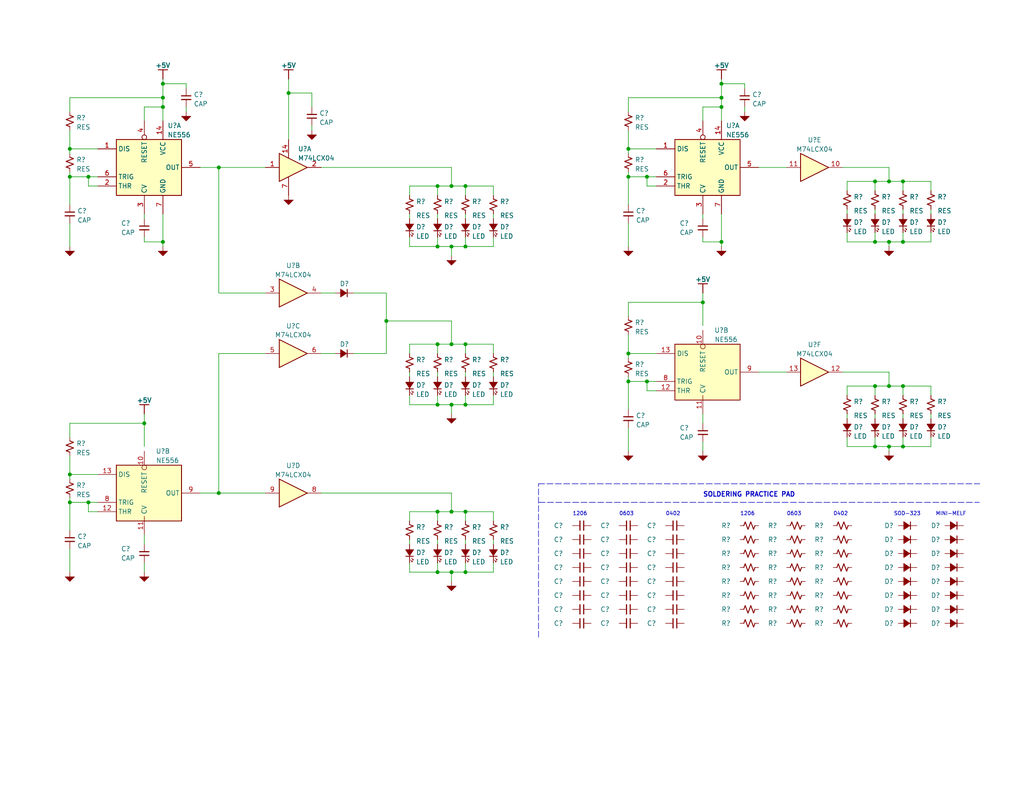
<source format=kicad_sch>
(kicad_sch (version 20211123) (generator eeschema)
  (paper "A")
  (title_block (comment 2 "SMT-0100") (comment 3 "SUNDRA"))
  (lib_symbols
    (symbol "Alpenglow:+5V" (power) (pin_numbers hide) (pin_names (offset 0) hide)
      (property "Value" "+5V" (at 0 3.556 0))
      (symbol "+5V_0_1"
        (polyline (pts (xy -1.27 2.54) (xy 1.27 2.54)) (stroke (width 0.254)))
        (polyline (pts (xy 0 0) (xy 0 2.54)) (stroke (width 0.254)))
        (polyline (pts (xy 0.635 2.54) (xy 0.635 2.54)))
      )
      (symbol "+5V_1_1"
        (pin power_in line (at 0 0 90) (length 0) hide (name "+5V") (number "1"))
      )
    )
    (symbol "Alpenglow:CAP" (pin_numbers hide) (pin_names (offset 0.254))
      (property "Reference" "C" (at 0.635 2.032 0))
      (property "Value" "CAP" (at 0.635 -2.032 0))
      (symbol "CAP_0_1"
        (polyline (pts (xy -1.27 -0.508) (xy 1.27 -0.508)) (stroke (width 0.3048)))
        (polyline (pts (xy -1.27 0.508) (xy 1.27 0.508)) (stroke (width 0.3048)))
      )
      (symbol "CAP_1_1"
        (pin passive line (at 0 2.54 270) (length 2.032) (name "~") (number "1"))
        (pin passive line (at 0 -2.54 90) (length 2.032) (name "~") (number "2"))
      )
    )
    (symbol "Alpenglow:DIODE" (pin_numbers hide) (pin_names (offset 0.254) hide)
      (property "Reference" "D" (at -1.27 3.175 0))
      (property "Value" "DIODE" (at -2.54 -2.54 0))
      (symbol "DIODE_0_1"
        (polyline (pts (xy -1.016 0) (xy 0.762 0)))
        (polyline (pts (xy 0.762 1.016) (xy 0.762 -1.016)) (stroke (width 0.254)))
        (polyline (pts (xy -1.016 1.016) (xy 0.508 0) (xy -1.016 -1.016) (xy -1.016 1.016)) (stroke (width 0.254)) (fill (type outline)))
      )
      (symbol "DIODE_1_1"
        (pin passive line (at -2.54 0 0) (length 1.778) (name "A") (number "A"))
        (pin passive line (at 2.54 0 180) (length 1.778) (name "K") (number "K"))
      )
    )
    (symbol "Alpenglow:GND" (power) (pin_numbers hide) (pin_names (offset 0) hide) (in_bom no)
      (symbol "GND_0_1"
        (polyline (pts (xy 0 0) (xy 0 -1.27) (xy 1.27 -1.27) (xy 0 -2.54) (xy -1.27 -1.27) (xy 0 -1.27)) (fill (type outline)))
      )
      (symbol "GND_1_1"
        (pin power_in line (at 0 0 270) (length 0) hide (name "GND") (number "1"))
      )
    )
    (symbol "Alpenglow:LED" (pin_numbers hide) (pin_names (offset 0.254) hide)
      (property "Reference" "D" (at -1.27 3.175 0))
      (property "Value" "LED" (at -4.445 -2.54 0))
      (symbol "LED_0_1"
        (polyline (pts (xy -0.762 -1.016) (xy -0.762 1.016)) (stroke (width 0.254)))
        (polyline (pts (xy 1.016 0) (xy -0.762 0)))
        (polyline (pts (xy 1.016 -1.016) (xy -0.508 0) (xy 1.016 1.016) (xy 1.016 -1.016)) (stroke (width 0.254)) (fill (type outline)))
        (polyline (pts (xy -1.778 -0.254) (xy -2.286 -0.762) (xy -2.286 -0.508) (xy -2.286 -0.762) (xy -2.032 -0.762)))
        (polyline (pts (xy -1.27 -0.508) (xy -1.778 -1.016) (xy -1.778 -0.762) (xy -1.778 -1.016) (xy -1.524 -1.016)))
      )
      (symbol "LED_1_1"
        (pin passive line (at -2.54 0 0) (length 1.778) (name "K") (number "1"))
        (pin passive line (at 2.54 0 180) (length 1.778) (name "A") (number "2"))
      )
    )
    (symbol "Alpenglow:M74LCX04" (pin_names (offset 1.016))
      (property "Reference" "U" (at 0 6.35 0))
      (property "Value" "M74LCX04" (at 0 3.81 0))
      (symbol "M74LCX04_1_0"
        (polyline (pts (xy -3.81 3.81) (xy -3.81 -3.81) (xy 3.81 0) (xy -3.81 3.81)) (stroke (width 0.254)) (fill (type background)))
        (pin input line (at -7.62 0 0) (length 3.81) (name "~") (number "1"))
        (pin power_in line (at -1.27 7.62 270) (length 5.08) (name "") (number "14"))
        (pin open_collector line (at 7.62 0 180) (length 3.81) (name "~") (number "2"))
        (pin power_in line (at -1.27 -7.62 90) (length 5.08) (name "") (number "7"))
      )
      (symbol "M74LCX04_2_0"
        (polyline (pts (xy -3.81 3.81) (xy -3.81 -3.81) (xy 3.81 0) (xy -3.81 3.81)) (stroke (width 0.254)) (fill (type background)))
        (pin input line (at -7.62 0 0) (length 3.81) (name "~") (number "3"))
        (pin open_collector line (at 7.62 0 180) (length 3.81) (name "~") (number "4"))
      )
      (symbol "M74LCX04_3_0"
        (polyline (pts (xy -3.81 3.81) (xy -3.81 -3.81) (xy 3.81 0) (xy -3.81 3.81)) (stroke (width 0.254)) (fill (type background)))
        (pin input line (at -7.62 0 0) (length 3.81) (name "~") (number "5"))
        (pin open_collector line (at 7.62 0 180) (length 3.81) (name "~") (number "6"))
      )
      (symbol "M74LCX04_4_0"
        (polyline (pts (xy -3.81 3.81) (xy -3.81 -3.81) (xy 3.81 0) (xy -3.81 3.81)) (stroke (width 0.254)) (fill (type background)))
        (pin open_collector line (at 7.62 0 180) (length 3.81) (name "~") (number "8"))
        (pin input line (at -7.62 0 0) (length 3.81) (name "~") (number "9"))
      )
      (symbol "M74LCX04_5_0"
        (polyline (pts (xy -3.81 3.81) (xy -3.81 -3.81) (xy 3.81 0) (xy -3.81 3.81)) (stroke (width 0.254)) (fill (type background)))
        (pin open_collector line (at 7.62 0 180) (length 3.81) (name "~") (number "10"))
        (pin input line (at -7.62 0 0) (length 3.81) (name "~") (number "11"))
      )
      (symbol "M74LCX04_6_0"
        (polyline (pts (xy -3.81 3.81) (xy -3.81 -3.81) (xy 3.81 0) (xy -3.81 3.81)) (stroke (width 0.254)) (fill (type background)))
        (pin open_collector line (at 7.62 0 180) (length 3.81) (name "~") (number "12"))
        (pin input line (at -7.62 0 0) (length 3.81) (name "~") (number "13"))
      )
    )
    (symbol "Alpenglow:NE556"
      (property "Reference" "U" (at 6.35 8.89 0))
      (property "Value" "NE556" (at -10.16 -8.89 0))
      (symbol "NE556_0_1"
        (rectangle (start -8.89 7.62) (end 8.89 -7.62) (stroke (width 0.254)) (fill (type background)))
      )
      (symbol "NE556_1_1"
        (pin input line (at -13.97 5.08 0) (length 5.08) (name "DIS") (number "1"))
        (pin power_in line (at 3.81 12.7 270) (length 5.08) (name "VCC") (number "14"))
        (pin input line (at -13.97 -5.08 0) (length 5.08) (name "THR") (number "2"))
        (pin input line (at -1.27 -12.7 90) (length 5.08) (name "CV") (number "3"))
        (pin input inverted (at -1.27 12.7 270) (length 5.08) (name "RESET") (number "4"))
        (pin output line (at 13.97 0 180) (length 5.08) (name "OUT") (number "5"))
        (pin input line (at -13.97 -2.54 0) (length 5.08) (name "TRIG") (number "6"))
        (pin power_in line (at 3.81 -12.7 90) (length 5.08) (name "GND") (number "7"))
      )
      (symbol "NE556_2_1"
        (pin input inverted (at -1.27 11.43 270) (length 5.08) (name "RESET") (number "10"))
        (pin input line (at -1.27 -11.43 90) (length 5.08) (name "CV") (number "11"))
        (pin input line (at -13.97 -5.08 0) (length 5.08) (name "THR") (number "12"))
        (pin input line (at -13.97 5.08 0) (length 5.08) (name "DIS") (number "13"))
        (pin input line (at -13.97 -2.54 0) (length 5.08) (name "TRIG") (number "8"))
        (pin output line (at 13.97 0 180) (length 5.08) (name "OUT") (number "9"))
      )
    )
    (symbol "Alpenglow:RES" (pin_numbers hide) (pin_names (offset 0.254) hide)
      (property "Reference" "R" (at 1.27 1.016 0))
      (property "Value" "RES" (at 1.27 -1.016 0))
      (symbol "RES_1_1"
        (polyline (pts (xy 0 0) (xy 1.016 -0.381) (xy 0 -0.762) (xy -1.016 -1.143) (xy 0 -1.524)) (stroke (width 0.254)))
        (polyline (pts (xy 0 1.524) (xy 1.016 1.143) (xy 0 0.762) (xy -1.016 0.381) (xy 0 0)) (stroke (width 0.254)))
        (pin passive line (at 0 2.54 270) (length 1.016) (name "~") (number "1"))
        (pin passive line (at 0 -2.54 90) (length 1.016) (name "~") (number "2"))
      )
    )
    (symbol "DIODE_1" (pin_numbers hide) (pin_names (offset 0.254) hide)
      (property "Reference" "D" (at -1.27 3.175 0))
      (property "Value" "DIODE_1" (at -2.54 -2.54 0))
      (symbol "DIODE_1_0_1"
        (polyline (pts (xy -1.016 0) (xy 0.762 0)))
        (polyline (pts (xy 0.762 1.016) (xy 0.762 -1.016)) (stroke (width 0.254)))
        (polyline (pts (xy -1.016 1.016) (xy 0.508 0) (xy -1.016 -1.016) (xy -1.016 1.016)) (stroke (width 0.254)) (fill (type outline)))
      )
      (symbol "DIODE_1_1_1"
        (pin passive line (at -2.54 0 0) (length 1.778) (name "A") (number "A"))
        (pin passive line (at 2.54 0 180) (length 1.778) (name "K") (number "K"))
      )
    )
  )
  (junction (at 127 67.31))
  (junction (at 123.19 67.31))
  (junction (at 242.57 66.04))
  (junction (at 105.41 87.63))
  (junction (at 39.37 115.57))
  (junction (at 44.45 29.21))
  (junction (at 171.45 40.64))
  (junction (at 123.19 139.7))
  (junction (at 238.76 121.92))
  (junction (at 19.05 129.54))
  (junction (at 119.38 67.31))
  (junction (at 119.38 110.49))
  (junction (at 176.53 104.14))
  (junction (at 19.05 40.64))
  (junction (at 196.85 26.67))
  (junction (at 123.19 93.98))
  (junction (at 119.38 156.21))
  (junction (at 59.69 45.72))
  (junction (at 246.38 121.92))
  (junction (at 44.45 66.04))
  (junction (at 24.13 48.26))
  (junction (at 123.19 156.21))
  (junction (at 19.05 137.16))
  (junction (at 246.38 49.53))
  (junction (at 127 139.7))
  (junction (at 44.45 22.86))
  (junction (at 242.57 121.92))
  (junction (at 171.45 48.26))
  (junction (at 242.57 49.53))
  (junction (at 127 50.8))
  (junction (at 59.69 134.62))
  (junction (at 44.45 26.67))
  (junction (at 19.05 48.26))
  (junction (at 246.38 66.04))
  (junction (at 119.38 50.8))
  (junction (at 127 110.49))
  (junction (at 119.38 139.7))
  (junction (at 196.85 66.04))
  (junction (at 171.45 96.52))
  (junction (at 127 93.98))
  (junction (at 238.76 105.41))
  (junction (at 238.76 49.53))
  (junction (at 238.76 66.04))
  (junction (at 171.45 104.14))
  (junction (at 123.19 50.8))
  (junction (at 119.38 93.98))
  (junction (at 123.19 110.49))
  (junction (at 127 156.21))
  (junction (at 196.85 29.21))
  (junction (at 191.77 82.55))
  (junction (at 78.74 25.4))
  (junction (at 246.38 105.41))
  (junction (at 24.13 137.16))
  (junction (at 242.57 105.41))
  (junction (at 196.85 22.86))
  (junction (at 176.53 48.26))
  (wire (pts (xy 127 93.98) (xy 134.62 93.98)))
  (wire (pts (xy 96.52 80.01) (xy 105.41 80.01)))
  (wire (pts (xy 171.45 91.44) (xy 171.45 96.52)))
  (wire (pts (xy 238.76 119.38) (xy 238.76 121.92)))
  (wire (pts (xy 238.76 105.41) (xy 238.76 107.95)))
  (wire (pts (xy 44.45 26.67) (xy 44.45 29.21)))
  (wire (pts (xy 39.37 153.67) (xy 39.37 156.21)))
  (wire (pts (xy 246.38 105.41) (xy 246.38 107.95)))
  (wire (pts (xy 19.05 124.46) (xy 19.05 129.54)))
  (wire (pts (xy 176.53 48.26) (xy 176.53 50.8)))
  (wire (pts (xy 127 64.77) (xy 127 67.31)))
  (wire (pts (xy 119.38 153.67) (xy 119.38 156.21)))
  (wire (pts (xy 171.45 82.55) (xy 171.45 86.36)))
  (wire (pts (xy 24.13 48.26) (xy 24.13 50.8)))
  (wire (pts (xy 24.13 50.8) (xy 26.67 50.8)))
  (wire (pts (xy 171.45 104.14) (xy 171.45 111.76)))
  (wire (pts (xy 119.38 148.59) (xy 119.38 147.32)))
  (wire (pts (xy 207.01 45.72) (xy 214.63 45.72)))
  (wire (pts (xy 134.62 64.77) (xy 134.62 67.31)))
  (wire (pts (xy 127 67.31) (xy 134.62 67.31)))
  (wire (pts (xy 231.14 58.42) (xy 231.14 57.15)))
  (wire (pts (xy 171.45 123.19) (xy 171.45 116.84)))
  (wire (pts (xy 254 114.3) (xy 254 113.03)))
  (wire (pts (xy 127 110.49) (xy 134.62 110.49)))
  (wire (pts (xy 123.19 93.98) (xy 127 93.98)))
  (wire (pts (xy 123.19 50.8) (xy 123.19 45.72)))
  (wire (pts (xy 176.53 104.14) (xy 176.53 106.68)))
  (wire (pts (xy 127 93.98) (xy 127 96.52)))
  (polyline (pts (xy 146.939 173.99) (xy 146.939 132.08)))
  (wire (pts (xy 246.38 66.04) (xy 254 66.04)))
  (wire (pts (xy 238.76 105.41) (xy 242.57 105.41)))
  (wire (pts (xy 254 105.41) (xy 254 107.95)))
  (wire (pts (xy 111.76 93.98) (xy 111.76 96.52)))
  (wire (pts (xy 171.45 48.26) (xy 176.53 48.26)))
  (wire (pts (xy 19.05 129.54) (xy 19.05 130.81)))
  (wire (pts (xy 50.8 24.13) (xy 50.8 22.86)))
  (wire (pts (xy 59.69 134.62) (xy 72.39 134.62)))
  (wire (pts (xy 119.38 107.95) (xy 119.38 110.49)))
  (wire (pts (xy 203.2 24.13) (xy 203.2 22.86)))
  (wire (pts (xy 44.45 26.67) (xy 19.05 26.67)))
  (wire (pts (xy 176.53 50.8) (xy 179.07 50.8)))
  (wire (pts (xy 191.77 59.69) (xy 191.77 58.42)))
  (wire (pts (xy 134.62 107.95) (xy 134.62 110.49)))
  (wire (pts (xy 119.38 102.87) (xy 119.38 101.6)))
  (wire (pts (xy 134.62 139.7) (xy 134.62 142.24)))
  (wire (pts (xy 54.61 134.62) (xy 59.69 134.62)))
  (wire (pts (xy 127 50.8) (xy 127 53.34)))
  (wire (pts (xy 111.76 153.67) (xy 111.76 156.21)))
  (wire (pts (xy 254 63.5) (xy 254 66.04)))
  (wire (pts (xy 171.45 40.64) (xy 179.07 40.64)))
  (wire (pts (xy 111.76 93.98) (xy 119.38 93.98)))
  (wire (pts (xy 123.19 67.31) (xy 127 67.31)))
  (wire (pts (xy 242.57 49.53) (xy 246.38 49.53)))
  (wire (pts (xy 242.57 121.92) (xy 246.38 121.92)))
  (wire (pts (xy 39.37 146.05) (xy 39.37 148.59)))
  (wire (pts (xy 19.05 137.16) (xy 24.13 137.16)))
  (wire (pts (xy 59.69 96.52) (xy 59.69 134.62)))
  (wire (pts (xy 203.2 22.86) (xy 196.85 22.86)))
  (wire (pts (xy 196.85 29.21) (xy 196.85 33.02)))
  (wire (pts (xy 171.45 35.56) (xy 171.45 40.64)))
  (wire (pts (xy 105.41 87.63) (xy 123.19 87.63)))
  (wire (pts (xy 44.45 21.59) (xy 44.45 22.86)))
  (wire (pts (xy 39.37 66.04) (xy 44.45 66.04)))
  (wire (pts (xy 111.76 67.31) (xy 119.38 67.31)))
  (wire (pts (xy 119.38 67.31) (xy 123.19 67.31)))
  (wire (pts (xy 39.37 64.77) (xy 39.37 66.04)))
  (wire (pts (xy 242.57 105.41) (xy 246.38 105.41)))
  (wire (pts (xy 246.38 49.53) (xy 246.38 52.07)))
  (wire (pts (xy 111.76 139.7) (xy 111.76 142.24)))
  (wire (pts (xy 127 59.69) (xy 127 58.42)))
  (wire (pts (xy 229.87 101.6) (xy 242.57 101.6)))
  (wire (pts (xy 238.76 49.53) (xy 242.57 49.53)))
  (wire (pts (xy 111.76 50.8) (xy 119.38 50.8)))
  (wire (pts (xy 196.85 22.86) (xy 196.85 26.67)))
  (wire (pts (xy 119.38 50.8) (xy 119.38 53.34)))
  (wire (pts (xy 123.19 87.63) (xy 123.19 93.98)))
  (wire (pts (xy 127 107.95) (xy 127 110.49)))
  (wire (pts (xy 85.09 25.4) (xy 78.74 25.4)))
  (wire (pts (xy 231.14 114.3) (xy 231.14 113.03)))
  (wire (pts (xy 59.69 80.01) (xy 72.39 80.01)))
  (wire (pts (xy 171.45 26.67) (xy 171.45 30.48)))
  (wire (pts (xy 242.57 121.92) (xy 242.57 123.19)))
  (wire (pts (xy 123.19 139.7) (xy 127 139.7)))
  (wire (pts (xy 231.14 63.5) (xy 231.14 66.04)))
  (wire (pts (xy 50.8 22.86) (xy 44.45 22.86)))
  (wire (pts (xy 191.77 82.55) (xy 191.77 88.9)))
  (wire (pts (xy 242.57 49.53) (xy 242.57 45.72)))
  (wire (pts (xy 231.14 121.92) (xy 238.76 121.92)))
  (wire (pts (xy 91.44 96.52) (xy 87.63 96.52)))
  (wire (pts (xy 254 58.42) (xy 254 57.15)))
  (wire (pts (xy 171.45 46.99) (xy 171.45 48.26)))
  (wire (pts (xy 19.05 115.57) (xy 39.37 115.57)))
  (wire (pts (xy 123.19 67.31) (xy 123.19 69.85)))
  (wire (pts (xy 119.38 64.77) (xy 119.38 67.31)))
  (wire (pts (xy 238.76 121.92) (xy 242.57 121.92)))
  (wire (pts (xy 246.38 121.92) (xy 254 121.92)))
  (wire (pts (xy 105.41 87.63) (xy 105.41 96.52)))
  (wire (pts (xy 231.14 49.53) (xy 231.14 52.07)))
  (wire (pts (xy 171.45 102.87) (xy 171.45 104.14)))
  (wire (pts (xy 127 139.7) (xy 127 142.24)))
  (wire (pts (xy 203.2 30.48) (xy 203.2 29.21)))
  (wire (pts (xy 59.69 45.72) (xy 72.39 45.72)))
  (wire (pts (xy 242.57 66.04) (xy 246.38 66.04)))
  (wire (pts (xy 24.13 48.26) (xy 26.67 48.26)))
  (polyline (pts (xy 146.939 132.08) (xy 267.335 132.08)))
  (wire (pts (xy 87.63 45.72) (xy 123.19 45.72)))
  (wire (pts (xy 19.05 156.21) (xy 19.05 149.86)))
  (wire (pts (xy 246.38 119.38) (xy 246.38 121.92)))
  (wire (pts (xy 123.19 110.49) (xy 123.19 113.03)))
  (wire (pts (xy 127 148.59) (xy 127 147.32)))
  (wire (pts (xy 24.13 137.16) (xy 26.67 137.16)))
  (wire (pts (xy 19.05 67.31) (xy 19.05 60.96)))
  (wire (pts (xy 19.05 135.89) (xy 19.05 137.16)))
  (wire (pts (xy 191.77 66.04) (xy 196.85 66.04)))
  (wire (pts (xy 207.01 101.6) (xy 214.63 101.6)))
  (wire (pts (xy 196.85 67.31) (xy 196.85 66.04)))
  (wire (pts (xy 111.76 102.87) (xy 111.76 101.6)))
  (wire (pts (xy 59.69 45.72) (xy 59.69 80.01)))
  (wire (pts (xy 246.38 63.5) (xy 246.38 66.04)))
  (wire (pts (xy 19.05 40.64) (xy 26.67 40.64)))
  (wire (pts (xy 19.05 26.67) (xy 19.05 30.48)))
  (wire (pts (xy 119.38 156.21) (xy 123.19 156.21)))
  (wire (pts (xy 238.76 66.04) (xy 242.57 66.04)))
  (wire (pts (xy 123.19 156.21) (xy 127 156.21)))
  (wire (pts (xy 191.77 64.77) (xy 191.77 66.04)))
  (wire (pts (xy 134.62 93.98) (xy 134.62 96.52)))
  (wire (pts (xy 191.77 113.03) (xy 191.77 115.57)))
  (wire (pts (xy 196.85 66.04) (xy 196.85 58.42)))
  (wire (pts (xy 111.76 107.95) (xy 111.76 110.49)))
  (wire (pts (xy 231.14 49.53) (xy 238.76 49.53)))
  (wire (pts (xy 196.85 26.67) (xy 171.45 26.67)))
  (wire (pts (xy 96.52 96.52) (xy 105.41 96.52)))
  (wire (pts (xy 78.74 25.4) (xy 78.74 38.1)))
  (wire (pts (xy 171.45 82.55) (xy 191.77 82.55)))
  (wire (pts (xy 119.38 59.69) (xy 119.38 58.42)))
  (wire (pts (xy 39.37 29.21) (xy 44.45 29.21)))
  (wire (pts (xy 119.38 93.98) (xy 119.38 96.52)))
  (wire (pts (xy 171.45 48.26) (xy 171.45 55.88)))
  (wire (pts (xy 44.45 67.31) (xy 44.45 66.04)))
  (wire (pts (xy 39.37 113.03) (xy 39.37 115.57)))
  (wire (pts (xy 123.19 156.21) (xy 123.19 158.75)))
  (wire (pts (xy 196.85 26.67) (xy 196.85 29.21)))
  (wire (pts (xy 229.87 45.72) (xy 242.57 45.72)))
  (wire (pts (xy 134.62 148.59) (xy 134.62 147.32)))
  (wire (pts (xy 231.14 119.38) (xy 231.14 121.92)))
  (wire (pts (xy 123.19 50.8) (xy 127 50.8)))
  (wire (pts (xy 19.05 35.56) (xy 19.05 40.64)))
  (wire (pts (xy 246.38 58.42) (xy 246.38 57.15)))
  (wire (pts (xy 111.76 139.7) (xy 119.38 139.7)))
  (wire (pts (xy 134.62 102.87) (xy 134.62 101.6)))
  (wire (pts (xy 91.44 80.01) (xy 87.63 80.01)))
  (polyline (pts (xy 147.066 137.16) (xy 267.208 137.16)))
  (wire (pts (xy 24.13 137.16) (xy 24.13 139.7)))
  (wire (pts (xy 246.38 114.3) (xy 246.38 113.03)))
  (wire (pts (xy 44.45 29.21) (xy 44.45 33.02)))
  (wire (pts (xy 134.62 50.8) (xy 134.62 53.34)))
  (wire (pts (xy 44.45 22.86) (xy 44.45 26.67)))
  (wire (pts (xy 44.45 66.04) (xy 44.45 58.42)))
  (wire (pts (xy 171.45 40.64) (xy 171.45 41.91)))
  (wire (pts (xy 171.45 104.14) (xy 176.53 104.14)))
  (wire (pts (xy 59.69 96.52) (xy 72.39 96.52)))
  (wire (pts (xy 171.45 96.52) (xy 179.07 96.52)))
  (wire (pts (xy 231.14 105.41) (xy 238.76 105.41)))
  (wire (pts (xy 119.38 110.49) (xy 123.19 110.49)))
  (wire (pts (xy 19.05 48.26) (xy 19.05 55.88)))
  (wire (pts (xy 171.45 67.31) (xy 171.45 60.96)))
  (wire (pts (xy 171.45 96.52) (xy 171.45 97.79)))
  (wire (pts (xy 50.8 30.48) (xy 50.8 29.21)))
  (wire (pts (xy 123.19 110.49) (xy 127 110.49)))
  (wire (pts (xy 191.77 80.01) (xy 191.77 82.55)))
  (wire (pts (xy 127 156.21) (xy 134.62 156.21)))
  (wire (pts (xy 111.76 148.59) (xy 111.76 147.32)))
  (wire (pts (xy 134.62 153.67) (xy 134.62 156.21)))
  (wire (pts (xy 19.05 46.99) (xy 19.05 48.26)))
  (wire (pts (xy 254 119.38) (xy 254 121.92)))
  (wire (pts (xy 191.77 29.21) (xy 196.85 29.21)))
  (wire (pts (xy 231.14 105.41) (xy 231.14 107.95)))
  (wire (pts (xy 196.85 21.59) (xy 196.85 22.86)))
  (wire (pts (xy 176.53 48.26) (xy 179.07 48.26)))
  (wire (pts (xy 119.38 139.7) (xy 123.19 139.7)))
  (wire (pts (xy 123.19 139.7) (xy 123.19 134.62)))
  (wire (pts (xy 127 153.67) (xy 127 156.21)))
  (wire (pts (xy 127 50.8) (xy 134.62 50.8)))
  (wire (pts (xy 19.05 129.54) (xy 26.67 129.54)))
  (wire (pts (xy 176.53 104.14) (xy 179.07 104.14)))
  (wire (pts (xy 238.76 49.53) (xy 238.76 52.07)))
  (wire (pts (xy 111.76 64.77) (xy 111.76 67.31)))
  (wire (pts (xy 134.62 59.69) (xy 134.62 58.42)))
  (wire (pts (xy 127 139.7) (xy 134.62 139.7)))
  (wire (pts (xy 19.05 137.16) (xy 19.05 144.78)))
  (wire (pts (xy 39.37 33.02) (xy 39.37 29.21)))
  (wire (pts (xy 19.05 40.64) (xy 19.05 41.91)))
  (wire (pts (xy 19.05 48.26) (xy 24.13 48.26)))
  (wire (pts (xy 105.41 80.01) (xy 105.41 87.63)))
  (wire (pts (xy 191.77 120.65) (xy 191.77 123.19)))
  (wire (pts (xy 119.38 139.7) (xy 119.38 142.24)))
  (wire (pts (xy 39.37 59.69) (xy 39.37 58.42)))
  (wire (pts (xy 231.14 66.04) (xy 238.76 66.04)))
  (wire (pts (xy 111.76 110.49) (xy 119.38 110.49)))
  (wire (pts (xy 191.77 33.02) (xy 191.77 29.21)))
  (wire (pts (xy 127 102.87) (xy 127 101.6)))
  (wire (pts (xy 39.37 115.57) (xy 39.37 121.92)))
  (wire (pts (xy 119.38 93.98) (xy 123.19 93.98)))
  (wire (pts (xy 246.38 49.53) (xy 254 49.53)))
  (wire (pts (xy 111.76 156.21) (xy 119.38 156.21)))
  (wire (pts (xy 246.38 105.41) (xy 254 105.41)))
  (wire (pts (xy 78.74 21.59) (xy 78.74 25.4)))
  (wire (pts (xy 176.53 106.68) (xy 179.07 106.68)))
  (wire (pts (xy 19.05 115.57) (xy 19.05 119.38)))
  (wire (pts (xy 111.76 59.69) (xy 111.76 58.42)))
  (wire (pts (xy 242.57 66.04) (xy 242.57 67.31)))
  (wire (pts (xy 238.76 63.5) (xy 238.76 66.04)))
  (wire (pts (xy 238.76 114.3) (xy 238.76 113.03)))
  (wire (pts (xy 119.38 50.8) (xy 123.19 50.8)))
  (wire (pts (xy 85.09 35.56) (xy 85.09 34.29)))
  (wire (pts (xy 254 49.53) (xy 254 52.07)))
  (wire (pts (xy 238.76 58.42) (xy 238.76 57.15)))
  (wire (pts (xy 242.57 105.41) (xy 242.57 101.6)))
  (wire (pts (xy 85.09 29.21) (xy 85.09 25.4)))
  (wire (pts (xy 54.61 45.72) (xy 59.69 45.72)))
  (wire (pts (xy 87.63 134.62) (xy 123.19 134.62)))
  (wire (pts (xy 111.76 50.8) (xy 111.76 53.34)))
  (wire (pts (xy 24.13 139.7) (xy 26.67 139.7)))
  (text "SOLDERING PRACTICE PAD" (at 191.77 135.89 0) (effects (font (size 1.27 1.27) (thickness 0.254) bold) (justify left bottom)))
  (text "0402" (at 181.61 140.97 0) (effects (font (size 1.016 1.016)) (justify left bottom)))
  (text "1206" (at 201.93 140.97 0) (effects (font (size 1.016 1.016)) (justify left bottom)))
  (text "1206" (at 156.21 140.97 0) (effects (font (size 1.016 1.016)) (justify left bottom)))
  (text "MINI-MELF" (at 255.27 140.97 0) (effects (font (size 1.016 1.016)) (justify left bottom)))
  (text "SOD-323" (at 243.84 140.97 0) (effects (font (size 1.016 1.016)) (justify left bottom)))
  (text "0603" (at 168.91 140.97 0) (effects (font (size 1.016 1.016)) (justify left bottom)))
  (text "0402" (at 227.33 140.97 0) (effects (font (size 1.016 1.016)) (justify left bottom)))
  (text "0603" (at 214.63 140.97 0) (effects (font (size 1.016 1.016)) (justify left bottom)))
  (symbol (lib_id "Alpenglow:DIODE") (at 93.98 96.52 0) (unit 1)
    (property "Reference" "D?" (at 93.98 93.98 0))
    (property "Value" "DIODE" (effects hide))
    (property "Datasheet" "DATASHEET" (effects hide))
  )
  (symbol (lib_id "Alpenglow:RES") (at 254 110.49 0) (unit 1)
    (property "Reference" "R?" (at 255.778 109.6553 0) (effects (justify left)))
    (property "Value" "RES" (at 255.778 113.4622 0) (effects (justify left)))
  )
  (symbol (lib_name "DIODE_1") (lib_id "Alpenglow:DIODE") (at 247.65 170.18 0) (unit 1)
    (property "Reference" "D?" (at 242.57 170.18 0))
    (property "Value" "DIODE" (effects hide))
    (property "Datasheet" "DATASHEET" (effects hide))
  )
  (symbol (lib_id "Alpenglow:LED") (at 134.62 105.41 90) (unit 1)
    (property "Reference" "D?" (at 136.398 105.1468 90) (effects (justify right)))
    (property "Value" "LED" (at 136.398 107.6837 90) (effects (justify right)))
  )
  (symbol (lib_id "Alpenglow:RES") (at 171.45 33.02 0) (unit 1)
    (property "Reference" "R?" (at 173.228 32.1853 0) (effects (justify left)))
    (property "Value" "RES" (at 173.228 34.7222 0) (effects (justify left)))
  )
  (symbol (lib_id "Alpenglow:RES") (at 238.76 54.61 0) (unit 1)
    (property "Reference" "R?" (at 240.538 53.7753 0) (effects (justify left)))
    (property "Value" "RES" (at 240.538 57.5822 0) (effects (justify left)))
  )
  (symbol (lib_id "Alpenglow:RES") (at 246.38 110.49 0) (unit 1)
    (property "Reference" "R?" (at 248.158 109.6553 0) (effects (justify left)))
    (property "Value" "RES" (at 248.158 113.4622 0) (effects (justify left)))
  )
  (symbol (lib_id "Alpenglow:M74LCX04") (at 80.01 45.72 0) (unit 1)
    (property "Reference" "U?" (at 81.28 40.64 0) (effects (justify left)))
    (property "Value" "M74LCX04" (at 81.28 43.18 0) (effects (justify left)))
    (property "Datasheet" "www.st.com/resource/en/datasheet/74lcx07.pdf" (effects hide))
  )
  (symbol (lib_id "Alpenglow:RES") (at 229.87 143.51 90) (unit 1)
    (property "Reference" "R?" (at 224.79 143.51 90) (effects (justify left)))
    (property "Value" "RES" (effects hide))
  )
  (symbol (lib_id "Alpenglow:CAP") (at 184.15 170.18 90) (unit 1)
    (property "Reference" "C?" (at 179.07 170.18 90) (effects (justify left)))
    (property "Value" "CAP" (effects hide))
  )
  (symbol (lib_id "Alpenglow:LED") (at 254 60.96 90) (unit 1)
    (property "Reference" "D?" (at 255.778 60.6968 90) (effects (justify right)))
    (property "Value" "LED" (at 255.778 63.2337 90) (effects (justify right)))
  )
  (symbol (lib_id "Alpenglow:RES") (at 229.87 154.94 90) (unit 1)
    (property "Reference" "R?" (at 224.79 154.94 90) (effects (justify left)))
    (property "Value" "RES" (effects hide))
  )
  (symbol (lib_name "DIODE_1") (lib_id "Alpenglow:DIODE") (at 260.35 151.13 0) (unit 1)
    (property "Reference" "D?" (at 255.27 151.13 0))
    (property "Value" "DIODE" (effects hide))
    (property "Datasheet" "DATASHEET" (effects hide))
  )
  (symbol (lib_id "Alpenglow:M74LCX04") (at 80.01 80.01 0) (unit 2)
    (property "Reference" "U?" (at 80.01 72.5002 0))
    (property "Value" "M74LCX04" (at 80.01 75.0371 0))
    (property "Datasheet" "www.st.com/resource/en/datasheet/74lcx07.pdf" (effects hide))
  )
  (symbol (lib_id "Alpenglow:CAP") (at 158.75 170.18 90) (unit 1)
    (property "Reference" "C?" (at 153.67 170.18 90) (effects (justify left)))
    (property "Value" "CAP" (effects hide))
  )
  (symbol (lib_id "Alpenglow:RES") (at 204.47 143.51 90) (unit 1)
    (property "Reference" "R?" (at 199.39 143.51 90) (effects (justify left)))
    (property "Value" "RES" (effects hide))
  )
  (symbol (lib_id "Alpenglow:GND") (at 50.8 30.48 0) (unit 1) (in_bom no)
    (property "Reference" "#PWR?" (effects hide))
    (property "Value" "GND" (effects hide))
  )
  (symbol (lib_name "DIODE_1") (lib_id "Alpenglow:DIODE") (at 247.65 162.56 0) (unit 1)
    (property "Reference" "D?" (at 242.57 162.56 0))
    (property "Value" "DIODE" (effects hide))
    (property "Datasheet" "DATASHEET" (effects hide))
  )
  (symbol (lib_id "Alpenglow:+5V") (at 44.45 21.59 0) (unit 1)
    (property "Reference" "#PWR?" (effects hide))
    (property "Value" "+5V" (at 44.45 17.87 0) (effects (font bold)))
  )
  (symbol (lib_id "Alpenglow:CAP") (at 171.45 162.56 90) (unit 1)
    (property "Reference" "C?" (at 166.37 162.56 90) (effects (justify left)))
    (property "Value" "CAP" (effects hide))
  )
  (symbol (lib_id "Alpenglow:RES") (at 119.38 99.06 0) (unit 1)
    (property "Reference" "R?" (at 121.158 98.2253 0) (effects (justify left)))
    (property "Value" "RES" (at 121.158 102.0322 0) (effects (justify left)))
  )
  (symbol (lib_id "Alpenglow:CAP") (at 158.75 147.32 90) (unit 1)
    (property "Reference" "C?" (at 153.67 147.32 90) (effects (justify left)))
    (property "Value" "CAP" (effects hide))
  )
  (symbol (lib_name "DIODE_1") (lib_id "Alpenglow:DIODE") (at 260.35 158.75 0) (unit 1)
    (property "Reference" "D?" (at 255.27 158.75 0))
    (property "Value" "DIODE" (effects hide))
    (property "Datasheet" "DATASHEET" (effects hide))
  )
  (symbol (lib_id "Alpenglow:RES") (at 229.87 147.32 90) (unit 1)
    (property "Reference" "R?" (at 224.79 147.32 90) (effects (justify left)))
    (property "Value" "RES" (effects hide))
  )
  (symbol (lib_id "Alpenglow:CAP") (at 171.45 147.32 90) (unit 1)
    (property "Reference" "C?" (at 166.37 147.32 90) (effects (justify left)))
    (property "Value" "CAP" (effects hide))
  )
  (symbol (lib_id "Alpenglow:NE556") (at 193.04 45.72 0) (unit 1)
    (property "Reference" "U?" (at 198.12 34.29 0) (effects (justify left)))
    (property "Value" "NE556" (at 198.12 36.83 0) (effects (justify left)))
    (property "Datasheet" "http://www.ti.com/lit/ds/symlink/ne556.pdf" (effects hide))
  )
  (symbol (lib_id "Alpenglow:CAP") (at 19.05 147.32 0) (unit 1)
    (property "Reference" "C?" (at 21.1074 146.4853 0) (effects (justify left)))
    (property "Value" "CAP" (at 21.1074 149.0222 0) (effects (justify left)))
  )
  (symbol (lib_id "Alpenglow:CAP") (at 171.45 154.94 90) (unit 1)
    (property "Reference" "C?" (at 166.37 154.94 90) (effects (justify left)))
    (property "Value" "CAP" (effects hide))
  )
  (symbol (lib_name "DIODE_1") (lib_id "Alpenglow:DIODE") (at 247.65 166.37 0) (unit 1)
    (property "Reference" "D?" (at 242.57 166.37 0))
    (property "Value" "DIODE" (effects hide))
    (property "Datasheet" "DATASHEET" (effects hide))
  )
  (symbol (lib_id "Alpenglow:RES") (at 111.76 55.88 0) (unit 1)
    (property "Reference" "R?" (at 113.538 55.0453 0) (effects (justify left)))
    (property "Value" "RES" (at 113.538 58.8522 0) (effects (justify left)))
  )
  (symbol (lib_id "Alpenglow:RES") (at 217.17 147.32 90) (unit 1)
    (property "Reference" "R?" (at 212.09 147.32 90) (effects (justify left)))
    (property "Value" "RES" (effects hide))
  )
  (symbol (lib_name "DIODE_1") (lib_id "Alpenglow:DIODE") (at 247.65 158.75 0) (unit 1)
    (property "Reference" "D?" (at 242.57 158.75 0))
    (property "Value" "DIODE" (effects hide))
    (property "Datasheet" "DATASHEET" (effects hide))
  )
  (symbol (lib_id "Alpenglow:RES") (at 229.87 170.18 90) (unit 1)
    (property "Reference" "R?" (at 224.79 170.18 90) (effects (justify left)))
    (property "Value" "RES" (effects hide))
  )
  (symbol (lib_id "Alpenglow:CAP") (at 158.75 158.75 90) (unit 1)
    (property "Reference" "C?" (at 153.67 158.75 90) (effects (justify left)))
    (property "Value" "CAP" (effects hide))
  )
  (symbol (lib_id "Alpenglow:NE556") (at 40.64 134.62 0) (unit 2)
    (property "Reference" "U?" (at 44.45 123.19 0))
    (property "Value" "NE556" (at 45.72 125.73 0))
    (property "Datasheet" "http://www.ti.com/lit/ds/symlink/ne556.pdf" (effects hide))
  )
  (symbol (lib_id "Alpenglow:CAP") (at 85.09 31.75 0) (unit 1)
    (property "Reference" "C?" (at 87.1474 30.9153 0) (effects (justify left)))
    (property "Value" "CAP" (at 87.1474 33.4522 0) (effects (justify left)))
  )
  (symbol (lib_id "Alpenglow:RES") (at 246.38 54.61 0) (unit 1)
    (property "Reference" "R?" (at 248.158 53.7753 0) (effects (justify left)))
    (property "Value" "RES" (at 248.158 57.5822 0) (effects (justify left)))
  )
  (symbol (lib_id "Alpenglow:RES") (at 229.87 151.13 90) (unit 1)
    (property "Reference" "R?" (at 224.79 151.13 90) (effects (justify left)))
    (property "Value" "RES" (effects hide))
  )
  (symbol (lib_id "Alpenglow:RES") (at 204.47 158.75 90) (unit 1)
    (property "Reference" "R?" (at 199.39 158.75 90) (effects (justify left)))
    (property "Value" "RES" (effects hide))
  )
  (symbol (lib_id "Alpenglow:RES") (at 217.17 151.13 90) (unit 1)
    (property "Reference" "R?" (at 212.09 151.13 90) (effects (justify left)))
    (property "Value" "RES" (effects hide))
  )
  (symbol (lib_id "Alpenglow:RES") (at 229.87 158.75 90) (unit 1)
    (property "Reference" "R?" (at 224.79 158.75 90) (effects (justify left)))
    (property "Value" "RES" (effects hide))
  )
  (symbol (lib_id "Alpenglow:LED") (at 127 105.41 90) (unit 1)
    (property "Reference" "D?" (at 128.778 105.1468 90) (effects (justify right)))
    (property "Value" "LED" (at 128.778 107.6837 90) (effects (justify right)))
  )
  (symbol (lib_id "Alpenglow:GND") (at 203.2 30.48 0) (unit 1) (in_bom no)
    (property "Reference" "#PWR?" (effects hide))
    (property "Value" "GND" (effects hide))
  )
  (symbol (lib_id "Alpenglow:CAP") (at 184.15 166.37 90) (unit 1)
    (property "Reference" "C?" (at 179.07 166.37 90) (effects (justify left)))
    (property "Value" "CAP" (effects hide))
  )
  (symbol (lib_id "Alpenglow:LED") (at 231.14 60.96 90) (unit 1)
    (property "Reference" "D?" (at 232.918 60.6968 90) (effects (justify right)))
    (property "Value" "LED" (at 232.918 63.2337 90) (effects (justify right)))
  )
  (symbol (lib_id "Alpenglow:NE556") (at 40.64 45.72 0) (unit 1)
    (property "Reference" "U?" (at 45.72 34.29 0) (effects (justify left)))
    (property "Value" "NE556" (at 45.72 36.83 0) (effects (justify left)))
    (property "Datasheet" "http://www.ti.com/lit/ds/symlink/ne556.pdf" (effects hide))
  )
  (symbol (lib_id "Alpenglow:LED") (at 246.38 60.96 90) (unit 1)
    (property "Reference" "D?" (at 248.158 60.6968 90) (effects (justify right)))
    (property "Value" "LED" (at 248.158 63.2337 90) (effects (justify right)))
  )
  (symbol (lib_id "Alpenglow:GND") (at 19.05 156.21 0) (unit 1) (in_bom no)
    (property "Reference" "#PWR?" (effects hide))
    (property "Value" "GND" (effects hide))
  )
  (symbol (lib_id "Alpenglow:M74LCX04") (at 222.25 45.72 0) (unit 5)
    (property "Reference" "U?" (at 222.25 38.2102 0))
    (property "Value" "M74LCX04" (at 222.25 40.7471 0))
    (property "Datasheet" "www.st.com/resource/en/datasheet/74lcx07.pdf" (effects hide))
  )
  (symbol (lib_id "Alpenglow:LED") (at 246.38 116.84 90) (unit 1)
    (property "Reference" "D?" (at 248.158 116.5768 90) (effects (justify right)))
    (property "Value" "LED" (at 248.158 119.1137 90) (effects (justify right)))
  )
  (symbol (lib_id "Alpenglow:RES") (at 19.05 133.35 0) (unit 1)
    (property "Reference" "R?" (at 20.828 132.5153 0) (effects (justify left)))
    (property "Value" "RES" (at 20.828 135.0522 0) (effects (justify left)))
  )
  (symbol (lib_name "DIODE_1") (lib_id "Alpenglow:DIODE") (at 260.35 147.32 0) (unit 1)
    (property "Reference" "D?" (at 255.27 147.32 0))
    (property "Value" "DIODE" (effects hide))
    (property "Datasheet" "DATASHEET" (effects hide))
  )
  (symbol (lib_id "Alpenglow:RES") (at 238.76 110.49 0) (unit 1)
    (property "Reference" "R?" (at 240.538 109.6553 0) (effects (justify left)))
    (property "Value" "RES" (at 240.538 113.4622 0) (effects (justify left)))
  )
  (symbol (lib_id "Alpenglow:LED") (at 238.76 60.96 90) (unit 1)
    (property "Reference" "D?" (at 240.538 60.6968 90) (effects (justify right)))
    (property "Value" "LED" (at 240.538 63.2337 90) (effects (justify right)))
  )
  (symbol (lib_id "Alpenglow:RES") (at 217.17 143.51 90) (unit 1)
    (property "Reference" "R?" (at 212.09 143.51 90) (effects (justify left)))
    (property "Value" "RES" (effects hide))
  )
  (symbol (lib_id "Alpenglow:CAP") (at 171.45 170.18 90) (unit 1)
    (property "Reference" "C?" (at 166.37 170.18 90) (effects (justify left)))
    (property "Value" "CAP" (effects hide))
  )
  (symbol (lib_id "Alpenglow:LED") (at 254 116.84 90) (unit 1)
    (property "Reference" "D?" (at 255.778 116.5768 90) (effects (justify right)))
    (property "Value" "LED" (at 255.778 119.1137 90) (effects (justify right)))
  )
  (symbol (lib_id "Alpenglow:LED") (at 119.38 62.23 90) (unit 1)
    (property "Reference" "D?" (at 121.158 61.9668 90) (effects (justify right)))
    (property "Value" "LED" (at 121.158 64.5037 90) (effects (justify right)))
  )
  (symbol (lib_id "Alpenglow:CAP") (at 171.45 114.3 0) (unit 1)
    (property "Reference" "C?" (at 173.5074 113.4653 0) (effects (justify left)))
    (property "Value" "CAP" (at 173.5074 116.0022 0) (effects (justify left)))
  )
  (symbol (lib_id "Alpenglow:GND") (at 39.37 156.21 0) (unit 1) (in_bom no)
    (property "Reference" "#PWR?" (effects hide))
    (property "Value" "GND" (effects hide))
  )
  (symbol (lib_id "Alpenglow:RES") (at 171.45 44.45 0) (unit 1)
    (property "Reference" "R?" (at 173.228 43.6153 0) (effects (justify left)))
    (property "Value" "RES" (at 173.228 46.1522 0) (effects (justify left)))
  )
  (symbol (lib_id "Alpenglow:GND") (at 171.45 123.19 0) (unit 1) (in_bom no)
    (property "Reference" "#PWR?" (effects hide))
    (property "Value" "GND" (effects hide))
  )
  (symbol (lib_id "Alpenglow:CAP") (at 171.45 58.42 0) (unit 1)
    (property "Reference" "C?" (at 173.5074 57.5853 0) (effects (justify left)))
    (property "Value" "CAP" (at 173.5074 60.1222 0) (effects (justify left)))
  )
  (symbol (lib_id "Alpenglow:GND") (at 196.85 67.31 0) (unit 1) (in_bom no)
    (property "Reference" "#PWR?" (effects hide))
    (property "Value" "GND" (effects hide))
  )
  (symbol (lib_id "Alpenglow:CAP") (at 203.2 26.67 0) (unit 1)
    (property "Reference" "C?" (at 205.2574 25.8353 0) (effects (justify left)))
    (property "Value" "CAP" (at 205.2574 28.3722 0) (effects (justify left)))
  )
  (symbol (lib_id "Alpenglow:CAP") (at 171.45 158.75 90) (unit 1)
    (property "Reference" "C?" (at 166.37 158.75 90) (effects (justify left)))
    (property "Value" "CAP" (effects hide))
  )
  (symbol (lib_id "Alpenglow:RES") (at 254 54.61 0) (unit 1)
    (property "Reference" "R?" (at 255.778 53.7753 0) (effects (justify left)))
    (property "Value" "RES" (at 255.778 57.5822 0) (effects (justify left)))
  )
  (symbol (lib_id "Alpenglow:CAP") (at 39.37 151.13 0) (unit 1)
    (property "Reference" "C?" (at 33.02 149.86 0) (effects (justify left)))
    (property "Value" "CAP" (at 33.02 152.4 0) (effects (justify left)))
  )
  (symbol (lib_id "Alpenglow:+5V") (at 39.37 113.03 0) (unit 1)
    (property "Reference" "#PWR?" (effects hide))
    (property "Value" "+5V" (at 39.37 109.31 0) (effects (font bold)))
  )
  (symbol (lib_id "Alpenglow:LED") (at 111.76 105.41 90) (unit 1)
    (property "Reference" "D?" (at 113.538 105.1468 90) (effects (justify right)))
    (property "Value" "LED" (at 113.538 107.6837 90) (effects (justify right)))
  )
  (symbol (lib_id "Alpenglow:RES") (at 119.38 55.88 0) (unit 1)
    (property "Reference" "R?" (at 121.158 55.0453 0) (effects (justify left)))
    (property "Value" "RES" (at 121.158 58.8522 0) (effects (justify left)))
  )
  (symbol (lib_id "Alpenglow:LED") (at 134.62 151.13 90) (unit 1)
    (property "Reference" "D?" (at 136.398 150.8668 90) (effects (justify right)))
    (property "Value" "LED" (at 136.398 153.4037 90) (effects (justify right)))
  )
  (symbol (lib_id "Alpenglow:+5V") (at 196.85 21.59 0) (unit 1)
    (property "Reference" "#PWR?" (effects hide))
    (property "Value" "+5V" (at 196.85 17.87 0) (effects (font bold)))
  )
  (symbol (lib_id "Alpenglow:RES") (at 217.17 162.56 90) (unit 1)
    (property "Reference" "R?" (at 212.09 162.56 90) (effects (justify left)))
    (property "Value" "RES" (effects hide))
  )
  (symbol (lib_id "Alpenglow:GND") (at 242.57 123.19 0) (unit 1) (in_bom no)
    (property "Reference" "#PWR?" (effects hide))
    (property "Value" "GND" (effects hide))
  )
  (symbol (lib_id "Alpenglow:LED") (at 231.14 116.84 90) (unit 1)
    (property "Reference" "D?" (at 232.918 116.5768 90) (effects (justify right)))
    (property "Value" "LED" (at 232.918 119.1137 90) (effects (justify right)))
  )
  (symbol (lib_id "Alpenglow:GND") (at 123.19 69.85 0) (unit 1) (in_bom no)
    (property "Reference" "#PWR?" (effects hide))
    (property "Value" "GND" (effects hide))
  )
  (symbol (lib_id "Alpenglow:GND") (at 44.45 67.31 0) (unit 1) (in_bom no)
    (property "Reference" "#PWR?" (effects hide))
    (property "Value" "GND" (effects hide))
  )
  (symbol (lib_id "Alpenglow:CAP") (at 184.15 162.56 90) (unit 1)
    (property "Reference" "C?" (at 179.07 162.56 90) (effects (justify left)))
    (property "Value" "CAP" (effects hide))
  )
  (symbol (lib_id "Alpenglow:RES") (at 229.87 166.37 90) (unit 1)
    (property "Reference" "R?" (at 224.79 166.37 90) (effects (justify left)))
    (property "Value" "RES" (effects hide))
  )
  (symbol (lib_id "Alpenglow:RES") (at 231.14 110.49 0) (unit 1)
    (property "Reference" "R?" (at 232.918 109.6553 0) (effects (justify left)))
    (property "Value" "RES" (at 232.918 113.4622 0) (effects (justify left)))
  )
  (symbol (lib_id "Alpenglow:CAP") (at 184.15 143.51 90) (unit 1)
    (property "Reference" "C?" (at 179.07 143.51 90) (effects (justify left)))
    (property "Value" "CAP" (effects hide))
  )
  (symbol (lib_id "Alpenglow:RES") (at 204.47 170.18 90) (unit 1)
    (property "Reference" "R?" (at 199.39 170.18 90) (effects (justify left)))
    (property "Value" "RES" (effects hide))
  )
  (symbol (lib_id "Alpenglow:M74LCX04") (at 80.01 134.62 0) (unit 4)
    (property "Reference" "U?" (at 80.01 127.1102 0))
    (property "Value" "M74LCX04" (at 80.01 129.6471 0))
    (property "Datasheet" "www.st.com/resource/en/datasheet/74lcx07.pdf" (effects hide))
  )
  (symbol (lib_id "Alpenglow:RES") (at 19.05 121.92 0) (unit 1)
    (property "Reference" "R?" (at 20.828 121.0853 0) (effects (justify left)))
    (property "Value" "RES" (at 20.828 123.6222 0) (effects (justify left)))
  )
  (symbol (lib_id "Alpenglow:RES") (at 171.45 100.33 0) (unit 1)
    (property "Reference" "R?" (at 173.228 99.4953 0) (effects (justify left)))
    (property "Value" "RES" (at 173.228 102.0322 0) (effects (justify left)))
  )
  (symbol (lib_id "Alpenglow:+5V") (at 191.77 80.01 0) (unit 1)
    (property "Reference" "#PWR?" (effects hide))
    (property "Value" "+5V" (at 191.77 76.29 0) (effects (font bold)))
  )
  (symbol (lib_name "DIODE_1") (lib_id "Alpenglow:DIODE") (at 93.98 80.01 0) (unit 1)
    (property "Reference" "D?" (at 93.98 77.47 0))
    (property "Value" "DIODE" (effects hide))
    (property "Datasheet" "DATASHEET" (effects hide))
  )
  (symbol (lib_id "Alpenglow:RES") (at 217.17 170.18 90) (unit 1)
    (property "Reference" "R?" (at 212.09 170.18 90) (effects (justify left)))
    (property "Value" "RES" (effects hide))
  )
  (symbol (lib_id "Alpenglow:LED") (at 119.38 151.13 90) (unit 1)
    (property "Reference" "D?" (at 121.158 150.8668 90) (effects (justify right)))
    (property "Value" "LED" (at 121.158 153.4037 90) (effects (justify right)))
  )
  (symbol (lib_id "Alpenglow:RES") (at 229.87 162.56 90) (unit 1)
    (property "Reference" "R?" (at 224.79 162.56 90) (effects (justify left)))
    (property "Value" "RES" (effects hide))
  )
  (symbol (lib_id "Alpenglow:CAP") (at 158.75 143.51 90) (unit 1)
    (property "Reference" "C?" (at 153.67 143.51 90) (effects (justify left)))
    (property "Value" "CAP" (effects hide))
  )
  (symbol (lib_id "Alpenglow:RES") (at 204.47 166.37 90) (unit 1)
    (property "Reference" "R?" (at 199.39 166.37 90) (effects (justify left)))
    (property "Value" "RES" (effects hide))
  )
  (symbol (lib_id "Alpenglow:RES") (at 204.47 147.32 90) (unit 1)
    (property "Reference" "R?" (at 199.39 147.32 90) (effects (justify left)))
    (property "Value" "RES" (effects hide))
  )
  (symbol (lib_id "Alpenglow:RES") (at 127 144.78 0) (unit 1)
    (property "Reference" "R?" (at 128.778 143.9453 0) (effects (justify left)))
    (property "Value" "RES" (at 128.778 147.7522 0) (effects (justify left)))
  )
  (symbol (lib_name "DIODE_1") (lib_id "Alpenglow:DIODE") (at 260.35 170.18 0) (unit 1)
    (property "Reference" "D?" (at 255.27 170.18 0))
    (property "Value" "DIODE" (effects hide))
    (property "Datasheet" "DATASHEET" (effects hide))
  )
  (symbol (lib_id "Alpenglow:RES") (at 134.62 144.78 0) (unit 1)
    (property "Reference" "R?" (at 136.398 143.9453 0) (effects (justify left)))
    (property "Value" "RES" (at 136.398 147.7522 0) (effects (justify left)))
  )
  (symbol (lib_name "DIODE_1") (lib_id "Alpenglow:DIODE") (at 247.65 143.51 0) (unit 1)
    (property "Reference" "D?" (at 242.57 143.51 0))
    (property "Value" "DIODE" (effects hide))
    (property "Datasheet" "DATASHEET" (effects hide))
  )
  (symbol (lib_id "Alpenglow:CAP") (at 158.75 166.37 90) (unit 1)
    (property "Reference" "C?" (at 153.67 166.37 90) (effects (justify left)))
    (property "Value" "CAP" (effects hide))
  )
  (symbol (lib_name "DIODE_1") (lib_id "Alpenglow:DIODE") (at 260.35 162.56 0) (unit 1)
    (property "Reference" "D?" (at 255.27 162.56 0))
    (property "Value" "DIODE" (effects hide))
    (property "Datasheet" "DATASHEET" (effects hide))
  )
  (symbol (lib_id "Alpenglow:RES") (at 111.76 99.06 0) (unit 1)
    (property "Reference" "R?" (at 113.538 98.2253 0) (effects (justify left)))
    (property "Value" "RES" (at 113.538 102.0322 0) (effects (justify left)))
  )
  (symbol (lib_id "Alpenglow:RES") (at 19.05 33.02 0) (unit 1)
    (property "Reference" "R?" (at 20.828 32.1853 0) (effects (justify left)))
    (property "Value" "RES" (at 20.828 34.7222 0) (effects (justify left)))
  )
  (symbol (lib_name "DIODE_1") (lib_id "Alpenglow:DIODE") (at 247.65 154.94 0) (unit 1)
    (property "Reference" "D?" (at 242.57 154.94 0))
    (property "Value" "DIODE" (effects hide))
    (property "Datasheet" "DATASHEET" (effects hide))
  )
  (symbol (lib_id "Alpenglow:GND") (at 123.19 158.75 0) (unit 1) (in_bom no)
    (property "Reference" "#PWR?" (effects hide))
    (property "Value" "GND" (effects hide))
  )
  (symbol (lib_id "Alpenglow:RES") (at 127 99.06 0) (unit 1)
    (property "Reference" "R?" (at 128.778 98.2253 0) (effects (justify left)))
    (property "Value" "RES" (at 128.778 102.0322 0) (effects (justify left)))
  )
  (symbol (lib_name "DIODE_1") (lib_id "Alpenglow:DIODE") (at 260.35 166.37 0) (unit 1)
    (property "Reference" "D?" (at 255.27 166.37 0))
    (property "Value" "DIODE" (effects hide))
    (property "Datasheet" "DATASHEET" (effects hide))
  )
  (symbol (lib_id "Alpenglow:LED") (at 127 151.13 90) (unit 1)
    (property "Reference" "D?" (at 128.778 150.8668 90) (effects (justify right)))
    (property "Value" "LED" (at 128.778 153.4037 90) (effects (justify right)))
  )
  (symbol (lib_name "DIODE_1") (lib_id "Alpenglow:DIODE") (at 247.65 151.13 0) (unit 1)
    (property "Reference" "D?" (at 242.57 151.13 0))
    (property "Value" "DIODE" (effects hide))
    (property "Datasheet" "DATASHEET" (effects hide))
  )
  (symbol (lib_id "Alpenglow:GND") (at 78.74 53.34 0) (unit 1) (in_bom no)
    (property "Reference" "#PWR?" (effects hide))
    (property "Value" "GND" (effects hide))
  )
  (symbol (lib_id "Alpenglow:LED") (at 111.76 62.23 90) (unit 1)
    (property "Reference" "D?" (at 113.538 61.9668 90) (effects (justify right)))
    (property "Value" "LED" (at 113.538 64.5037 90) (effects (justify right)))
  )
  (symbol (lib_id "Alpenglow:RES") (at 19.05 44.45 0) (unit 1)
    (property "Reference" "R?" (at 20.828 43.6153 0) (effects (justify left)))
    (property "Value" "RES" (at 20.828 46.1522 0) (effects (justify left)))
  )
  (symbol (lib_name "DIODE_1") (lib_id "Alpenglow:DIODE") (at 247.65 147.32 0) (unit 1)
    (property "Reference" "D?" (at 242.57 147.32 0))
    (property "Value" "DIODE" (effects hide))
    (property "Datasheet" "DATASHEET" (effects hide))
  )
  (symbol (lib_id "Alpenglow:CAP") (at 50.8 26.67 0) (unit 1)
    (property "Reference" "C?" (at 52.8574 25.8353 0) (effects (justify left)))
    (property "Value" "CAP" (at 52.8574 28.3722 0) (effects (justify left)))
  )
  (symbol (lib_id "Alpenglow:CAP") (at 184.15 147.32 90) (unit 1)
    (property "Reference" "C?" (at 179.07 147.32 90) (effects (justify left)))
    (property "Value" "CAP" (effects hide))
  )
  (symbol (lib_id "Alpenglow:NE556") (at 193.04 101.6 0) (unit 2)
    (property "Reference" "U?" (at 196.85 90.17 0))
    (property "Value" "NE556" (at 198.12 92.71 0))
    (property "Datasheet" "http://www.ti.com/lit/ds/symlink/ne556.pdf" (effects hide))
  )
  (symbol (lib_id "Alpenglow:CAP") (at 171.45 166.37 90) (unit 1)
    (property "Reference" "C?" (at 166.37 166.37 90) (effects (justify left)))
    (property "Value" "CAP" (effects hide))
  )
  (symbol (lib_id "Alpenglow:LED") (at 134.62 62.23 90) (unit 1)
    (property "Reference" "D?" (at 136.398 61.9668 90) (effects (justify right)))
    (property "Value" "LED" (at 136.398 64.5037 90) (effects (justify right)))
  )
  (symbol (lib_id "Alpenglow:CAP") (at 191.77 118.11 0) (unit 1)
    (property "Reference" "C?" (at 185.42 116.84 0) (effects (justify left)))
    (property "Value" "CAP" (at 185.42 119.38 0) (effects (justify left)))
  )
  (symbol (lib_id "Alpenglow:CAP") (at 171.45 143.51 90) (unit 1)
    (property "Reference" "C?" (at 166.37 143.51 90) (effects (justify left)))
    (property "Value" "CAP" (effects hide))
  )
  (symbol (lib_id "Alpenglow:CAP") (at 184.15 154.94 90) (unit 1)
    (property "Reference" "C?" (at 179.07 154.94 90) (effects (justify left)))
    (property "Value" "CAP" (effects hide))
  )
  (symbol (lib_id "Alpenglow:CAP") (at 158.75 162.56 90) (unit 1)
    (property "Reference" "C?" (at 153.67 162.56 90) (effects (justify left)))
    (property "Value" "CAP" (effects hide))
  )
  (symbol (lib_id "Alpenglow:RES") (at 134.62 55.88 0) (unit 1)
    (property "Reference" "R?" (at 136.398 55.0453 0) (effects (justify left)))
    (property "Value" "RES" (at 136.398 58.8522 0) (effects (justify left)))
  )
  (symbol (lib_id "Alpenglow:GND") (at 242.57 67.31 0) (unit 1) (in_bom no)
    (property "Reference" "#PWR?" (effects hide))
    (property "Value" "GND" (effects hide))
  )
  (symbol (lib_id "Alpenglow:GND") (at 85.09 35.56 0) (unit 1) (in_bom no)
    (property "Reference" "#PWR?" (effects hide))
    (property "Value" "GND" (effects hide))
  )
  (symbol (lib_id "Alpenglow:RES") (at 217.17 158.75 90) (unit 1)
    (property "Reference" "R?" (at 212.09 158.75 90) (effects (justify left)))
    (property "Value" "RES" (effects hide))
  )
  (symbol (lib_id "Alpenglow:+5V") (at 78.74 21.59 0) (unit 1)
    (property "Reference" "#PWR?" (effects hide))
    (property "Value" "+5V" (at 78.74 17.87 0) (effects (font bold)))
  )
  (symbol (lib_id "Alpenglow:RES") (at 204.47 162.56 90) (unit 1)
    (property "Reference" "R?" (at 199.39 162.56 90) (effects (justify left)))
    (property "Value" "RES" (effects hide))
  )
  (symbol (lib_name "DIODE_1") (lib_id "Alpenglow:DIODE") (at 260.35 143.51 0) (unit 1)
    (property "Reference" "D?" (at 255.27 143.51 0))
    (property "Value" "DIODE" (effects hide))
    (property "Datasheet" "DATASHEET" (effects hide))
  )
  (symbol (lib_id "Alpenglow:GND") (at 191.77 123.19 0) (unit 1) (in_bom no)
    (property "Reference" "#PWR?" (effects hide))
    (property "Value" "GND" (effects hide))
  )
  (symbol (lib_id "Alpenglow:RES") (at 127 55.88 0) (unit 1)
    (property "Reference" "R?" (at 128.778 55.0453 0) (effects (justify left)))
    (property "Value" "RES" (at 128.778 58.8522 0) (effects (justify left)))
  )
  (symbol (lib_id "Alpenglow:CAP") (at 191.77 62.23 0) (unit 1)
    (property "Reference" "C?" (at 185.42 60.96 0) (effects (justify left)))
    (property "Value" "CAP" (at 185.42 63.5 0) (effects (justify left)))
  )
  (symbol (lib_id "Alpenglow:GND") (at 19.05 67.31 0) (unit 1) (in_bom no)
    (property "Reference" "#PWR?" (effects hide))
    (property "Value" "GND" (effects hide))
  )
  (symbol (lib_id "Alpenglow:LED") (at 238.76 116.84 90) (unit 1)
    (property "Reference" "D?" (at 240.538 116.5768 90) (effects (justify right)))
    (property "Value" "LED" (at 240.538 119.1137 90) (effects (justify right)))
  )
  (symbol (lib_id "Alpenglow:CAP") (at 158.75 151.13 90) (unit 1)
    (property "Reference" "C?" (at 153.67 151.13 90) (effects (justify left)))
    (property "Value" "CAP" (effects hide))
  )
  (symbol (lib_id "Alpenglow:CAP") (at 171.45 151.13 90) (unit 1)
    (property "Reference" "C?" (at 166.37 151.13 90) (effects (justify left)))
    (property "Value" "CAP" (effects hide))
  )
  (symbol (lib_id "Alpenglow:CAP") (at 184.15 158.75 90) (unit 1)
    (property "Reference" "C?" (at 179.07 158.75 90) (effects (justify left)))
    (property "Value" "CAP" (effects hide))
  )
  (symbol (lib_id "Alpenglow:RES") (at 134.62 99.06 0) (unit 1)
    (property "Reference" "R?" (at 136.398 98.2253 0) (effects (justify left)))
    (property "Value" "RES" (at 136.398 102.0322 0) (effects (justify left)))
  )
  (symbol (lib_id "Alpenglow:RES") (at 231.14 54.61 0) (unit 1)
    (property "Reference" "R?" (at 232.918 53.7753 0) (effects (justify left)))
    (property "Value" "RES" (at 232.918 57.5822 0) (effects (justify left)))
  )
  (symbol (lib_id "Alpenglow:RES") (at 111.76 144.78 0) (unit 1)
    (property "Reference" "R?" (at 113.538 143.9453 0) (effects (justify left)))
    (property "Value" "RES" (at 113.538 147.7522 0) (effects (justify left)))
  )
  (symbol (lib_id "Alpenglow:CAP") (at 39.37 62.23 0) (unit 1)
    (property "Reference" "C?" (at 33.02 60.96 0) (effects (justify left)))
    (property "Value" "CAP" (at 33.02 63.5 0) (effects (justify left)))
  )
  (symbol (lib_id "Alpenglow:RES") (at 217.17 154.94 90) (unit 1)
    (property "Reference" "R?" (at 212.09 154.94 90) (effects (justify left)))
    (property "Value" "RES" (effects hide))
  )
  (symbol (lib_id "Alpenglow:CAP") (at 184.15 151.13 90) (unit 1)
    (property "Reference" "C?" (at 179.07 151.13 90) (effects (justify left)))
    (property "Value" "CAP" (effects hide))
  )
  (symbol (lib_id "Alpenglow:LED") (at 119.38 105.41 90) (unit 1)
    (property "Reference" "D?" (at 121.158 105.1468 90) (effects (justify right)))
    (property "Value" "LED" (at 121.158 107.6837 90) (effects (justify right)))
  )
  (symbol (lib_id "Alpenglow:GND") (at 171.45 67.31 0) (unit 1) (in_bom no)
    (property "Reference" "#PWR?" (effects hide))
    (property "Value" "GND" (effects hide))
  )
  (symbol (lib_id "Alpenglow:CAP") (at 19.05 58.42 0) (unit 1)
    (property "Reference" "C?" (at 21.1074 57.5853 0) (effects (justify left)))
    (property "Value" "CAP" (at 21.1074 60.1222 0) (effects (justify left)))
  )
  (symbol (lib_id "Alpenglow:LED") (at 111.76 151.13 90) (unit 1)
    (property "Reference" "D?" (at 113.538 150.8668 90) (effects (justify right)))
    (property "Value" "LED" (at 113.538 153.4037 90) (effects (justify right)))
  )
  (symbol (lib_id "Alpenglow:GND") (at 123.19 113.03 0) (unit 1) (in_bom no)
    (property "Reference" "#PWR?" (effects hide))
    (property "Value" "GND" (effects hide))
  )
  (symbol (lib_id "Alpenglow:RES") (at 204.47 151.13 90) (unit 1)
    (property "Reference" "R?" (at 199.39 151.13 90) (effects (justify left)))
    (property "Value" "RES" (effects hide))
  )
  (symbol (lib_id "Alpenglow:RES") (at 171.45 88.9 0) (unit 1)
    (property "Reference" "R?" (at 173.228 88.0653 0) (effects (justify left)))
    (property "Value" "RES" (at 173.228 90.6022 0) (effects (justify left)))
  )
  (symbol (lib_id "Alpenglow:RES") (at 217.17 166.37 90) (unit 1)
    (property "Reference" "R?" (at 212.09 166.37 90) (effects (justify left)))
    (property "Value" "RES" (effects hide))
  )
  (symbol (lib_id "Alpenglow:CAP") (at 158.75 154.94 90) (unit 1)
    (property "Reference" "C?" (at 153.67 154.94 90) (effects (justify left)))
    (property "Value" "CAP" (effects hide))
  )
  (symbol (lib_name "DIODE_1") (lib_id "Alpenglow:DIODE") (at 260.35 154.94 0) (unit 1)
    (property "Reference" "D?" (at 255.27 154.94 0))
    (property "Value" "DIODE" (effects hide))
    (property "Datasheet" "DATASHEET" (effects hide))
  )
  (symbol (lib_id "Alpenglow:LED") (at 127 62.23 90) (unit 1)
    (property "Reference" "D?" (at 128.778 61.9668 90) (effects (justify right)))
    (property "Value" "LED" (at 128.778 64.5037 90) (effects (justify right)))
  )
  (symbol (lib_id "Alpenglow:RES") (at 119.38 144.78 0) (unit 1)
    (property "Reference" "R?" (at 121.158 143.9453 0) (effects (justify left)))
    (property "Value" "RES" (at 121.158 147.7522 0) (effects (justify left)))
  )
  (symbol (lib_id "Alpenglow:M74LCX04") (at 80.01 96.52 0) (unit 3)
    (property "Reference" "U?" (at 80.01 89.0102 0))
    (property "Value" "M74LCX04" (at 80.01 91.44 0))
    (property "Datasheet" "www.st.com/resource/en/datasheet/74lcx07.pdf" (effects hide))
  )
  (symbol (lib_id "Alpenglow:RES") (at 204.47 154.94 90) (unit 1)
    (property "Reference" "R?" (at 199.39 154.94 90) (effects (justify left)))
    (property "Value" "RES" (effects hide))
  )
  (symbol (lib_id "Alpenglow:M74LCX04") (at 222.25 101.6 0) (unit 6)
    (property "Reference" "U?" (at 222.25 94.0902 0))
    (property "Value" "M74LCX04" (at 222.25 96.6271 0))
    (property "Datasheet" "www.st.com/resource/en/datasheet/74lcx07.pdf" (effects hide))
  )
)
</source>
